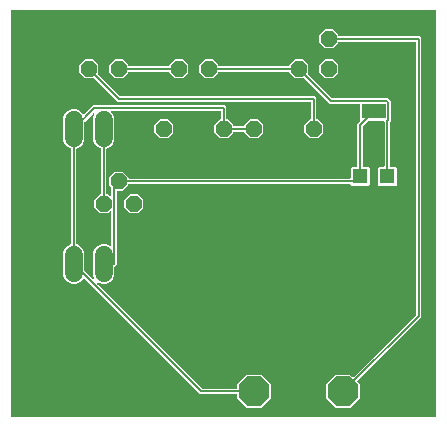
<source format=gbr>
G04 EAGLE Gerber RS-274X export*
G75*
%MOMM*%
%FSLAX34Y34*%
%LPD*%
%INTop Copper*%
%IPPOS*%
%AMOC8*
5,1,8,0,0,1.08239X$1,22.5*%
G01*
%ADD10P,2.749271X8X22.500000*%
%ADD11C,1.524000*%
%ADD12P,1.429621X8X22.500000*%
%ADD13R,1.300000X1.300000*%
%ADD14R,2.000000X1.300000*%
%ADD15C,0.152400*%

G36*
X344498Y162564D02*
X344498Y162564D01*
X344517Y162562D01*
X344619Y162584D01*
X344721Y162600D01*
X344738Y162610D01*
X344758Y162614D01*
X344847Y162667D01*
X344938Y162716D01*
X344952Y162730D01*
X344969Y162740D01*
X345036Y162819D01*
X345108Y162894D01*
X345116Y162912D01*
X345129Y162927D01*
X345168Y163023D01*
X345211Y163117D01*
X345213Y163137D01*
X345221Y163155D01*
X345239Y163322D01*
X345239Y506478D01*
X345236Y506498D01*
X345238Y506517D01*
X345216Y506619D01*
X345200Y506721D01*
X345190Y506738D01*
X345186Y506758D01*
X345133Y506847D01*
X345084Y506938D01*
X345070Y506952D01*
X345060Y506969D01*
X344981Y507036D01*
X344906Y507108D01*
X344888Y507116D01*
X344873Y507129D01*
X344777Y507168D01*
X344683Y507211D01*
X344663Y507213D01*
X344645Y507221D01*
X344478Y507239D01*
X-14478Y507239D01*
X-14498Y507236D01*
X-14517Y507238D01*
X-14619Y507216D01*
X-14721Y507200D01*
X-14738Y507190D01*
X-14758Y507186D01*
X-14847Y507133D01*
X-14938Y507084D01*
X-14952Y507070D01*
X-14969Y507060D01*
X-15036Y506981D01*
X-15108Y506906D01*
X-15116Y506888D01*
X-15129Y506873D01*
X-15168Y506777D01*
X-15211Y506683D01*
X-15213Y506663D01*
X-15221Y506645D01*
X-15239Y506478D01*
X-15239Y163322D01*
X-15236Y163302D01*
X-15238Y163283D01*
X-15216Y163181D01*
X-15200Y163079D01*
X-15190Y163062D01*
X-15186Y163042D01*
X-15133Y162953D01*
X-15084Y162862D01*
X-15070Y162848D01*
X-15060Y162831D01*
X-14981Y162764D01*
X-14906Y162692D01*
X-14888Y162684D01*
X-14873Y162671D01*
X-14777Y162632D01*
X-14683Y162589D01*
X-14663Y162587D01*
X-14645Y162579D01*
X-14478Y162561D01*
X344478Y162561D01*
X344498Y162564D01*
G37*
%LPC*%
G36*
X185116Y169925D02*
X185116Y169925D01*
X176783Y178258D01*
X176783Y181102D01*
X176780Y181122D01*
X176782Y181141D01*
X176760Y181243D01*
X176744Y181345D01*
X176734Y181362D01*
X176730Y181382D01*
X176677Y181471D01*
X176628Y181562D01*
X176614Y181576D01*
X176604Y181593D01*
X176525Y181660D01*
X176450Y181732D01*
X176432Y181740D01*
X176417Y181753D01*
X176321Y181792D01*
X176227Y181835D01*
X176207Y181837D01*
X176189Y181845D01*
X176022Y181863D01*
X145103Y181863D01*
X47189Y279777D01*
X47152Y279804D01*
X47121Y279837D01*
X47053Y279875D01*
X46990Y279920D01*
X46946Y279934D01*
X46905Y279956D01*
X46829Y279970D01*
X46755Y279993D01*
X46709Y279991D01*
X46663Y280000D01*
X46586Y279988D01*
X46509Y279986D01*
X46465Y279971D01*
X46420Y279964D01*
X46351Y279929D01*
X46278Y279902D01*
X46242Y279873D01*
X46201Y279852D01*
X46146Y279797D01*
X46086Y279748D01*
X46061Y279709D01*
X46029Y279677D01*
X45963Y279557D01*
X45953Y279541D01*
X45951Y279536D01*
X45948Y279530D01*
X45853Y279300D01*
X43280Y276727D01*
X39919Y275335D01*
X36281Y275335D01*
X32920Y276727D01*
X30347Y279300D01*
X28955Y282661D01*
X28955Y301539D01*
X30347Y304900D01*
X32920Y307473D01*
X35343Y308476D01*
X35443Y308538D01*
X35543Y308598D01*
X35547Y308603D01*
X35552Y308606D01*
X35627Y308696D01*
X35703Y308785D01*
X35705Y308791D01*
X35709Y308795D01*
X35751Y308904D01*
X35795Y309013D01*
X35796Y309020D01*
X35797Y309025D01*
X35798Y309043D01*
X35813Y309180D01*
X35813Y389320D01*
X35794Y389435D01*
X35777Y389551D01*
X35775Y389557D01*
X35774Y389563D01*
X35719Y389666D01*
X35666Y389771D01*
X35661Y389775D01*
X35658Y389780D01*
X35574Y389860D01*
X35490Y389943D01*
X35484Y389946D01*
X35480Y389950D01*
X35463Y389958D01*
X35343Y390024D01*
X32920Y391027D01*
X30347Y393600D01*
X28955Y396961D01*
X28955Y415839D01*
X30347Y419200D01*
X32920Y421773D01*
X36281Y423165D01*
X39919Y423165D01*
X43280Y421773D01*
X45853Y419200D01*
X45948Y418970D01*
X45972Y418931D01*
X45988Y418888D01*
X46036Y418827D01*
X46077Y418761D01*
X46113Y418732D01*
X46141Y418696D01*
X46207Y418654D01*
X46267Y418604D01*
X46310Y418588D01*
X46348Y418563D01*
X46424Y418544D01*
X46496Y418516D01*
X46542Y418514D01*
X46587Y418503D01*
X46664Y418509D01*
X46742Y418506D01*
X46786Y418519D01*
X46832Y418522D01*
X46904Y418553D01*
X46978Y418574D01*
X47016Y418600D01*
X47058Y418618D01*
X47165Y418704D01*
X47180Y418715D01*
X47183Y418719D01*
X47189Y418723D01*
X54679Y426213D01*
X166047Y426213D01*
X167387Y424873D01*
X167387Y415290D01*
X167390Y415273D01*
X167388Y415256D01*
X167388Y415254D01*
X167388Y415251D01*
X167410Y415149D01*
X167426Y415047D01*
X167436Y415030D01*
X167440Y415010D01*
X167493Y414921D01*
X167542Y414830D01*
X167556Y414816D01*
X167566Y414799D01*
X167645Y414732D01*
X167720Y414660D01*
X167738Y414652D01*
X167753Y414639D01*
X167849Y414600D01*
X167943Y414557D01*
X167963Y414555D01*
X167981Y414547D01*
X168148Y414529D01*
X168467Y414529D01*
X173229Y409767D01*
X173229Y409448D01*
X173232Y409428D01*
X173230Y409409D01*
X173252Y409307D01*
X173268Y409205D01*
X173278Y409188D01*
X173282Y409168D01*
X173335Y409079D01*
X173384Y408988D01*
X173398Y408974D01*
X173408Y408957D01*
X173487Y408890D01*
X173562Y408818D01*
X173580Y408810D01*
X173595Y408797D01*
X173691Y408758D01*
X173785Y408715D01*
X173805Y408713D01*
X173823Y408705D01*
X173990Y408687D01*
X181610Y408687D01*
X181630Y408690D01*
X181649Y408688D01*
X181751Y408710D01*
X181853Y408726D01*
X181870Y408736D01*
X181890Y408740D01*
X181979Y408793D01*
X182070Y408842D01*
X182084Y408856D01*
X182101Y408866D01*
X182168Y408945D01*
X182240Y409020D01*
X182248Y409038D01*
X182261Y409053D01*
X182300Y409149D01*
X182343Y409243D01*
X182345Y409263D01*
X182353Y409281D01*
X182371Y409448D01*
X182371Y409767D01*
X187133Y414529D01*
X193867Y414529D01*
X198629Y409767D01*
X198629Y403033D01*
X193867Y398271D01*
X187133Y398271D01*
X182371Y403033D01*
X182371Y403352D01*
X182368Y403372D01*
X182370Y403391D01*
X182348Y403493D01*
X182332Y403595D01*
X182322Y403612D01*
X182318Y403632D01*
X182265Y403721D01*
X182216Y403812D01*
X182202Y403826D01*
X182192Y403843D01*
X182113Y403910D01*
X182038Y403982D01*
X182020Y403990D01*
X182005Y404003D01*
X181909Y404042D01*
X181815Y404085D01*
X181795Y404087D01*
X181777Y404095D01*
X181610Y404113D01*
X173990Y404113D01*
X173970Y404110D01*
X173951Y404112D01*
X173849Y404090D01*
X173747Y404074D01*
X173730Y404064D01*
X173710Y404060D01*
X173621Y404007D01*
X173530Y403958D01*
X173516Y403944D01*
X173499Y403934D01*
X173432Y403855D01*
X173360Y403780D01*
X173352Y403762D01*
X173339Y403747D01*
X173300Y403651D01*
X173257Y403557D01*
X173255Y403537D01*
X173247Y403519D01*
X173229Y403352D01*
X173229Y403033D01*
X168467Y398271D01*
X161733Y398271D01*
X156971Y403033D01*
X156971Y409767D01*
X161733Y414529D01*
X162052Y414529D01*
X162072Y414532D01*
X162091Y414530D01*
X162193Y414552D01*
X162295Y414568D01*
X162312Y414578D01*
X162332Y414582D01*
X162421Y414635D01*
X162512Y414684D01*
X162526Y414698D01*
X162543Y414708D01*
X162610Y414787D01*
X162682Y414862D01*
X162690Y414880D01*
X162703Y414895D01*
X162742Y414991D01*
X162785Y415085D01*
X162787Y415105D01*
X162795Y415123D01*
X162813Y415290D01*
X162813Y420878D01*
X162810Y420898D01*
X162812Y420917D01*
X162790Y421019D01*
X162774Y421121D01*
X162764Y421138D01*
X162760Y421158D01*
X162707Y421247D01*
X162658Y421338D01*
X162644Y421352D01*
X162634Y421369D01*
X162555Y421436D01*
X162480Y421508D01*
X162462Y421516D01*
X162447Y421529D01*
X162351Y421568D01*
X162257Y421611D01*
X162237Y421613D01*
X162219Y421621D01*
X162052Y421639D01*
X70651Y421639D01*
X70580Y421628D01*
X70509Y421626D01*
X70460Y421608D01*
X70408Y421600D01*
X70345Y421566D01*
X70278Y421541D01*
X70237Y421509D01*
X70191Y421484D01*
X70142Y421432D01*
X70086Y421388D01*
X70057Y421344D01*
X70022Y421306D01*
X69991Y421241D01*
X69953Y421181D01*
X69940Y421130D01*
X69918Y421083D01*
X69910Y421012D01*
X69893Y420942D01*
X69897Y420890D01*
X69891Y420839D01*
X69906Y420768D01*
X69912Y420697D01*
X69932Y420649D01*
X69943Y420598D01*
X69980Y420537D01*
X70008Y420471D01*
X70053Y420415D01*
X70069Y420387D01*
X70087Y420372D01*
X70113Y420340D01*
X71253Y419200D01*
X72645Y415839D01*
X72645Y396961D01*
X71253Y393600D01*
X68680Y391027D01*
X66257Y390024D01*
X66157Y389962D01*
X66057Y389902D01*
X66053Y389897D01*
X66048Y389894D01*
X65973Y389804D01*
X65897Y389715D01*
X65895Y389709D01*
X65891Y389705D01*
X65849Y389596D01*
X65805Y389487D01*
X65804Y389480D01*
X65803Y389475D01*
X65802Y389457D01*
X65787Y389320D01*
X65787Y351790D01*
X65790Y351770D01*
X65788Y351751D01*
X65810Y351649D01*
X65826Y351547D01*
X65836Y351530D01*
X65840Y351510D01*
X65893Y351421D01*
X65942Y351330D01*
X65956Y351316D01*
X65966Y351299D01*
X66045Y351232D01*
X66120Y351160D01*
X66138Y351152D01*
X66153Y351139D01*
X66249Y351100D01*
X66343Y351057D01*
X66363Y351055D01*
X66381Y351047D01*
X66548Y351029D01*
X66867Y351029D01*
X68804Y349092D01*
X68862Y349050D01*
X68914Y349001D01*
X68961Y348979D01*
X69003Y348948D01*
X69072Y348927D01*
X69137Y348897D01*
X69189Y348891D01*
X69239Y348876D01*
X69310Y348878D01*
X69381Y348870D01*
X69432Y348881D01*
X69484Y348882D01*
X69552Y348907D01*
X69622Y348922D01*
X69667Y348949D01*
X69715Y348967D01*
X69771Y349012D01*
X69833Y349049D01*
X69867Y349088D01*
X69907Y349121D01*
X69946Y349181D01*
X69993Y349235D01*
X70012Y349284D01*
X70040Y349328D01*
X70058Y349397D01*
X70085Y349464D01*
X70093Y349535D01*
X70101Y349566D01*
X70099Y349589D01*
X70103Y349630D01*
X70103Y356236D01*
X70089Y356326D01*
X70081Y356417D01*
X70069Y356446D01*
X70064Y356478D01*
X70021Y356559D01*
X69985Y356643D01*
X69959Y356675D01*
X69948Y356696D01*
X69925Y356718D01*
X69880Y356774D01*
X68071Y358583D01*
X68071Y365317D01*
X72833Y370079D01*
X79567Y370079D01*
X84329Y365317D01*
X84329Y364998D01*
X84332Y364978D01*
X84330Y364959D01*
X84352Y364857D01*
X84368Y364755D01*
X84378Y364738D01*
X84382Y364718D01*
X84435Y364629D01*
X84484Y364538D01*
X84498Y364524D01*
X84508Y364507D01*
X84587Y364440D01*
X84662Y364368D01*
X84680Y364360D01*
X84695Y364347D01*
X84791Y364308D01*
X84885Y364265D01*
X84905Y364263D01*
X84923Y364255D01*
X85090Y364237D01*
X271814Y364237D01*
X271834Y364240D01*
X271853Y364238D01*
X271955Y364260D01*
X272057Y364276D01*
X272074Y364286D01*
X272094Y364290D01*
X272183Y364343D01*
X272274Y364392D01*
X272288Y364406D01*
X272305Y364416D01*
X272372Y364495D01*
X272444Y364570D01*
X272452Y364588D01*
X272465Y364603D01*
X272504Y364699D01*
X272547Y364793D01*
X272549Y364813D01*
X272557Y364831D01*
X272575Y364998D01*
X272575Y373332D01*
X273468Y374225D01*
X277552Y374225D01*
X277572Y374228D01*
X277591Y374226D01*
X277693Y374248D01*
X277795Y374264D01*
X277812Y374274D01*
X277832Y374278D01*
X277921Y374331D01*
X278012Y374380D01*
X278026Y374394D01*
X278043Y374404D01*
X278110Y374483D01*
X278182Y374558D01*
X278190Y374576D01*
X278203Y374591D01*
X278242Y374687D01*
X278285Y374781D01*
X278287Y374801D01*
X278295Y374819D01*
X278313Y374986D01*
X278313Y410647D01*
X280617Y412951D01*
X280628Y412967D01*
X280644Y412979D01*
X280700Y413066D01*
X280760Y413150D01*
X280766Y413169D01*
X280777Y413186D01*
X280802Y413286D01*
X280833Y413385D01*
X280832Y413405D01*
X280837Y413425D01*
X280829Y413528D01*
X280826Y413631D01*
X280819Y413650D01*
X280818Y413670D01*
X280777Y413765D01*
X280742Y413862D01*
X280729Y413878D01*
X280721Y413896D01*
X280617Y414027D01*
X280575Y414068D01*
X280575Y426938D01*
X280572Y426958D01*
X280574Y426977D01*
X280552Y427079D01*
X280536Y427181D01*
X280526Y427198D01*
X280522Y427218D01*
X280469Y427307D01*
X280420Y427398D01*
X280406Y427412D01*
X280396Y427429D01*
X280317Y427496D01*
X280242Y427568D01*
X280224Y427576D01*
X280209Y427589D01*
X280113Y427628D01*
X280019Y427671D01*
X279999Y427673D01*
X279981Y427681D01*
X279814Y427699D01*
X254867Y427699D01*
X253304Y429262D01*
X233269Y449297D01*
X233253Y449309D01*
X233241Y449324D01*
X233153Y449380D01*
X233069Y449440D01*
X233050Y449446D01*
X233034Y449457D01*
X232933Y449482D01*
X232834Y449513D01*
X232814Y449512D01*
X232795Y449517D01*
X232692Y449509D01*
X232589Y449506D01*
X232570Y449500D01*
X232550Y449498D01*
X232455Y449458D01*
X232357Y449422D01*
X232342Y449409D01*
X232324Y449402D01*
X232193Y449297D01*
X231967Y449071D01*
X225233Y449071D01*
X220471Y453833D01*
X220471Y454152D01*
X220470Y454159D01*
X220470Y454161D01*
X220468Y454172D01*
X220470Y454191D01*
X220448Y454293D01*
X220432Y454395D01*
X220422Y454412D01*
X220418Y454432D01*
X220365Y454521D01*
X220316Y454612D01*
X220302Y454626D01*
X220292Y454643D01*
X220213Y454710D01*
X220138Y454782D01*
X220120Y454790D01*
X220105Y454803D01*
X220009Y454842D01*
X219915Y454885D01*
X219895Y454887D01*
X219877Y454895D01*
X219710Y454913D01*
X161290Y454913D01*
X161270Y454910D01*
X161251Y454912D01*
X161149Y454890D01*
X161047Y454874D01*
X161030Y454864D01*
X161010Y454860D01*
X160921Y454807D01*
X160830Y454758D01*
X160816Y454744D01*
X160799Y454734D01*
X160732Y454655D01*
X160660Y454580D01*
X160652Y454562D01*
X160639Y454547D01*
X160600Y454451D01*
X160557Y454357D01*
X160555Y454337D01*
X160547Y454319D01*
X160529Y454152D01*
X160529Y453833D01*
X155767Y449071D01*
X149033Y449071D01*
X144271Y453833D01*
X144271Y460567D01*
X149033Y465329D01*
X155767Y465329D01*
X160529Y460567D01*
X160529Y460248D01*
X160532Y460228D01*
X160530Y460209D01*
X160552Y460107D01*
X160568Y460005D01*
X160578Y459988D01*
X160582Y459968D01*
X160635Y459879D01*
X160684Y459788D01*
X160698Y459774D01*
X160708Y459757D01*
X160787Y459690D01*
X160862Y459618D01*
X160880Y459610D01*
X160895Y459597D01*
X160991Y459558D01*
X161085Y459515D01*
X161105Y459513D01*
X161123Y459505D01*
X161290Y459487D01*
X219710Y459487D01*
X219730Y459490D01*
X219749Y459488D01*
X219851Y459510D01*
X219953Y459526D01*
X219970Y459536D01*
X219990Y459540D01*
X220079Y459593D01*
X220170Y459642D01*
X220184Y459656D01*
X220201Y459666D01*
X220268Y459745D01*
X220340Y459820D01*
X220348Y459838D01*
X220361Y459853D01*
X220400Y459949D01*
X220443Y460043D01*
X220445Y460063D01*
X220453Y460081D01*
X220471Y460248D01*
X220471Y460567D01*
X225233Y465329D01*
X231967Y465329D01*
X236729Y460567D01*
X236729Y453833D01*
X236503Y453607D01*
X236491Y453591D01*
X236476Y453579D01*
X236420Y453492D01*
X236360Y453408D01*
X236354Y453389D01*
X236343Y453372D01*
X236318Y453271D01*
X236287Y453173D01*
X236288Y453153D01*
X236283Y453133D01*
X236291Y453030D01*
X236294Y452927D01*
X236300Y452908D01*
X236302Y452888D01*
X236342Y452793D01*
X236378Y452696D01*
X236391Y452680D01*
X236398Y452662D01*
X236503Y452531D01*
X256538Y432496D01*
X256612Y432443D01*
X256682Y432383D01*
X256712Y432371D01*
X256738Y432352D01*
X256825Y432325D01*
X256910Y432291D01*
X256951Y432287D01*
X256973Y432280D01*
X257005Y432281D01*
X257077Y432273D01*
X303994Y432273D01*
X306673Y429594D01*
X306673Y412806D01*
X306110Y412243D01*
X306057Y412169D01*
X305997Y412099D01*
X305985Y412069D01*
X305966Y412043D01*
X305939Y411956D01*
X305905Y411871D01*
X305901Y411830D01*
X305894Y411808D01*
X305895Y411776D01*
X305887Y411705D01*
X305887Y374986D01*
X305890Y374966D01*
X305888Y374947D01*
X305910Y374845D01*
X305926Y374743D01*
X305936Y374726D01*
X305940Y374706D01*
X305993Y374617D01*
X306042Y374526D01*
X306056Y374512D01*
X306066Y374495D01*
X306145Y374428D01*
X306220Y374356D01*
X306238Y374348D01*
X306253Y374335D01*
X306349Y374296D01*
X306443Y374253D01*
X306463Y374251D01*
X306481Y374243D01*
X306648Y374225D01*
X310732Y374225D01*
X311625Y373332D01*
X311625Y359068D01*
X310732Y358175D01*
X296468Y358175D01*
X295575Y359068D01*
X295575Y373332D01*
X296468Y374225D01*
X300552Y374225D01*
X300572Y374228D01*
X300591Y374226D01*
X300693Y374248D01*
X300795Y374264D01*
X300812Y374274D01*
X300832Y374278D01*
X300921Y374331D01*
X301012Y374380D01*
X301026Y374394D01*
X301043Y374404D01*
X301110Y374483D01*
X301182Y374558D01*
X301190Y374576D01*
X301203Y374591D01*
X301242Y374687D01*
X301285Y374781D01*
X301287Y374801D01*
X301295Y374819D01*
X301313Y374986D01*
X301313Y412414D01*
X301310Y412434D01*
X301312Y412453D01*
X301290Y412555D01*
X301274Y412657D01*
X301264Y412674D01*
X301260Y412694D01*
X301207Y412783D01*
X301158Y412874D01*
X301144Y412888D01*
X301134Y412905D01*
X301055Y412972D01*
X300980Y413044D01*
X300962Y413052D01*
X300947Y413065D01*
X300851Y413104D01*
X300757Y413147D01*
X300737Y413149D01*
X300719Y413157D01*
X300552Y413175D01*
X287625Y413175D01*
X287534Y413161D01*
X287444Y413153D01*
X287414Y413141D01*
X287382Y413136D01*
X287301Y413093D01*
X287217Y413057D01*
X287185Y413031D01*
X287164Y413020D01*
X287142Y412997D01*
X287086Y412952D01*
X283110Y408976D01*
X283067Y408916D01*
X283025Y408873D01*
X283018Y408857D01*
X282997Y408832D01*
X282985Y408802D01*
X282966Y408776D01*
X282939Y408689D01*
X282934Y408675D01*
X282922Y408649D01*
X282921Y408644D01*
X282905Y408604D01*
X282901Y408563D01*
X282894Y408541D01*
X282895Y408509D01*
X282887Y408437D01*
X282887Y374986D01*
X282890Y374966D01*
X282888Y374947D01*
X282910Y374845D01*
X282926Y374743D01*
X282936Y374726D01*
X282940Y374706D01*
X282993Y374617D01*
X283042Y374526D01*
X283056Y374512D01*
X283066Y374495D01*
X283145Y374428D01*
X283220Y374356D01*
X283238Y374348D01*
X283253Y374335D01*
X283349Y374296D01*
X283443Y374253D01*
X283463Y374251D01*
X283481Y374243D01*
X283648Y374225D01*
X287732Y374225D01*
X288625Y373332D01*
X288625Y359068D01*
X287732Y358175D01*
X273468Y358175D01*
X272543Y359101D01*
X272536Y359145D01*
X272526Y359162D01*
X272522Y359182D01*
X272469Y359271D01*
X272420Y359362D01*
X272406Y359376D01*
X272396Y359393D01*
X272317Y359460D01*
X272242Y359532D01*
X272224Y359540D01*
X272209Y359553D01*
X272113Y359592D01*
X272019Y359635D01*
X271999Y359637D01*
X271981Y359645D01*
X271814Y359663D01*
X85090Y359663D01*
X85070Y359660D01*
X85051Y359662D01*
X84949Y359640D01*
X84847Y359624D01*
X84830Y359614D01*
X84810Y359610D01*
X84721Y359557D01*
X84630Y359508D01*
X84616Y359494D01*
X84599Y359484D01*
X84532Y359405D01*
X84460Y359330D01*
X84452Y359312D01*
X84439Y359297D01*
X84400Y359201D01*
X84357Y359107D01*
X84355Y359087D01*
X84347Y359069D01*
X84329Y358902D01*
X84329Y358583D01*
X79567Y353821D01*
X75438Y353821D01*
X75418Y353818D01*
X75399Y353820D01*
X75297Y353798D01*
X75195Y353782D01*
X75178Y353772D01*
X75158Y353768D01*
X75069Y353715D01*
X74978Y353666D01*
X74964Y353652D01*
X74947Y353642D01*
X74880Y353563D01*
X74808Y353488D01*
X74800Y353470D01*
X74787Y353455D01*
X74748Y353359D01*
X74705Y353265D01*
X74703Y353245D01*
X74695Y353227D01*
X74677Y353060D01*
X74677Y291280D01*
X73328Y289931D01*
X73265Y289918D01*
X73163Y289901D01*
X73146Y289892D01*
X73126Y289888D01*
X73037Y289834D01*
X72946Y289786D01*
X72932Y289772D01*
X72915Y289761D01*
X72848Y289683D01*
X72776Y289608D01*
X72768Y289590D01*
X72755Y289575D01*
X72716Y289478D01*
X72673Y289385D01*
X72671Y289365D01*
X72663Y289346D01*
X72645Y289180D01*
X72645Y282661D01*
X71253Y279300D01*
X68680Y276727D01*
X65319Y275335D01*
X61681Y275335D01*
X59101Y276404D01*
X59006Y276426D01*
X58913Y276455D01*
X58887Y276454D01*
X58862Y276460D01*
X58765Y276451D01*
X58668Y276448D01*
X58643Y276439D01*
X58617Y276437D01*
X58528Y276397D01*
X58437Y276364D01*
X58416Y276348D01*
X58392Y276337D01*
X58321Y276271D01*
X58244Y276210D01*
X58230Y276188D01*
X58211Y276171D01*
X58164Y276085D01*
X58111Y276003D01*
X58105Y275978D01*
X58092Y275955D01*
X58075Y275859D01*
X58051Y275765D01*
X58053Y275739D01*
X58049Y275713D01*
X58063Y275616D01*
X58071Y275520D01*
X58081Y275496D01*
X58085Y275470D01*
X58129Y275383D01*
X58167Y275293D01*
X58187Y275268D01*
X58196Y275250D01*
X58220Y275227D01*
X58272Y275162D01*
X146774Y186660D01*
X146848Y186607D01*
X146918Y186547D01*
X146948Y186535D01*
X146974Y186516D01*
X147061Y186489D01*
X147146Y186455D01*
X147187Y186451D01*
X147209Y186444D01*
X147241Y186445D01*
X147313Y186437D01*
X176022Y186437D01*
X176042Y186440D01*
X176061Y186438D01*
X176163Y186460D01*
X176265Y186476D01*
X176282Y186486D01*
X176302Y186490D01*
X176391Y186543D01*
X176482Y186592D01*
X176496Y186606D01*
X176513Y186616D01*
X176580Y186695D01*
X176652Y186770D01*
X176660Y186788D01*
X176673Y186803D01*
X176712Y186899D01*
X176755Y186993D01*
X176757Y187013D01*
X176765Y187031D01*
X176783Y187198D01*
X176783Y190042D01*
X185116Y198375D01*
X196900Y198375D01*
X205233Y190042D01*
X205233Y178258D01*
X196900Y169925D01*
X185116Y169925D01*
G37*
%LPD*%
%LPC*%
G36*
X260300Y169925D02*
X260300Y169925D01*
X251967Y178258D01*
X251967Y190042D01*
X260300Y198375D01*
X272084Y198375D01*
X274095Y196364D01*
X274111Y196352D01*
X274124Y196336D01*
X274211Y196280D01*
X274295Y196220D01*
X274314Y196214D01*
X274331Y196203D01*
X274431Y196178D01*
X274530Y196148D01*
X274550Y196148D01*
X274569Y196143D01*
X274672Y196151D01*
X274776Y196154D01*
X274795Y196161D01*
X274814Y196163D01*
X274909Y196203D01*
X275007Y196239D01*
X275023Y196251D01*
X275041Y196259D01*
X275172Y196364D01*
X327690Y248882D01*
X327743Y248956D01*
X327803Y249026D01*
X327815Y249056D01*
X327834Y249082D01*
X327861Y249169D01*
X327895Y249254D01*
X327899Y249295D01*
X327906Y249317D01*
X327905Y249349D01*
X327913Y249421D01*
X327913Y479552D01*
X327910Y479572D01*
X327912Y479591D01*
X327890Y479693D01*
X327874Y479795D01*
X327864Y479812D01*
X327860Y479832D01*
X327807Y479921D01*
X327758Y480012D01*
X327744Y480026D01*
X327734Y480043D01*
X327655Y480110D01*
X327580Y480182D01*
X327562Y480190D01*
X327547Y480203D01*
X327451Y480242D01*
X327357Y480285D01*
X327337Y480287D01*
X327319Y480295D01*
X327152Y480313D01*
X262890Y480313D01*
X262870Y480310D01*
X262851Y480312D01*
X262749Y480290D01*
X262647Y480274D01*
X262630Y480264D01*
X262610Y480260D01*
X262521Y480207D01*
X262430Y480158D01*
X262416Y480144D01*
X262399Y480134D01*
X262332Y480055D01*
X262260Y479980D01*
X262252Y479962D01*
X262239Y479947D01*
X262200Y479851D01*
X262157Y479757D01*
X262155Y479737D01*
X262147Y479719D01*
X262129Y479552D01*
X262129Y479233D01*
X257367Y474471D01*
X250633Y474471D01*
X245871Y479233D01*
X245871Y485967D01*
X250633Y490729D01*
X257367Y490729D01*
X262129Y485967D01*
X262129Y485648D01*
X262132Y485628D01*
X262130Y485609D01*
X262152Y485507D01*
X262168Y485405D01*
X262178Y485388D01*
X262182Y485368D01*
X262235Y485279D01*
X262284Y485188D01*
X262298Y485174D01*
X262308Y485157D01*
X262387Y485090D01*
X262462Y485018D01*
X262480Y485010D01*
X262495Y484997D01*
X262591Y484958D01*
X262685Y484915D01*
X262705Y484913D01*
X262723Y484905D01*
X262890Y484887D01*
X331147Y484887D01*
X332487Y483547D01*
X332487Y247211D01*
X278406Y193130D01*
X278394Y193114D01*
X278378Y193101D01*
X278322Y193014D01*
X278262Y192930D01*
X278256Y192911D01*
X278245Y192894D01*
X278220Y192794D01*
X278190Y192695D01*
X278190Y192675D01*
X278185Y192656D01*
X278193Y192553D01*
X278196Y192449D01*
X278203Y192430D01*
X278205Y192410D01*
X278245Y192316D01*
X278281Y192218D01*
X278293Y192202D01*
X278301Y192184D01*
X278406Y192053D01*
X280417Y190042D01*
X280417Y178258D01*
X272084Y169925D01*
X260300Y169925D01*
G37*
%LPD*%
G36*
X54749Y279037D02*
X54749Y279037D01*
X54812Y279034D01*
X54837Y279041D01*
X54863Y279042D01*
X54929Y279066D01*
X54962Y279072D01*
X54987Y279085D01*
X55048Y279103D01*
X55069Y279118D01*
X55094Y279127D01*
X55150Y279171D01*
X55179Y279187D01*
X55199Y279208D01*
X55250Y279243D01*
X55266Y279264D01*
X55286Y279280D01*
X55324Y279339D01*
X55349Y279365D01*
X55362Y279393D01*
X55397Y279440D01*
X55405Y279465D01*
X55419Y279487D01*
X55435Y279551D01*
X55452Y279588D01*
X55456Y279622D01*
X55473Y279674D01*
X55473Y279700D01*
X55479Y279726D01*
X55474Y279787D01*
X55479Y279833D01*
X55471Y279871D01*
X55471Y279920D01*
X55461Y279952D01*
X55460Y279971D01*
X55447Y280001D01*
X55430Y280061D01*
X55427Y280073D01*
X55425Y280076D01*
X55424Y280081D01*
X54355Y282661D01*
X54355Y301539D01*
X55747Y304900D01*
X58320Y307473D01*
X61681Y308865D01*
X65319Y308865D01*
X68680Y307473D01*
X68804Y307349D01*
X68862Y307307D01*
X68914Y307258D01*
X68961Y307236D01*
X69003Y307205D01*
X69072Y307184D01*
X69137Y307154D01*
X69189Y307148D01*
X69239Y307133D01*
X69310Y307135D01*
X69381Y307127D01*
X69432Y307138D01*
X69484Y307139D01*
X69552Y307164D01*
X69622Y307179D01*
X69667Y307206D01*
X69715Y307224D01*
X69771Y307269D01*
X69833Y307305D01*
X69867Y307345D01*
X69907Y307377D01*
X69946Y307438D01*
X69993Y307492D01*
X70012Y307541D01*
X70040Y307584D01*
X70058Y307654D01*
X70085Y307720D01*
X70093Y307792D01*
X70101Y307823D01*
X70099Y307846D01*
X70103Y307887D01*
X70103Y336170D01*
X70092Y336240D01*
X70090Y336312D01*
X70072Y336361D01*
X70064Y336412D01*
X70030Y336476D01*
X70005Y336543D01*
X69973Y336584D01*
X69948Y336630D01*
X69896Y336679D01*
X69852Y336735D01*
X69808Y336763D01*
X69770Y336799D01*
X69705Y336829D01*
X69645Y336868D01*
X69594Y336881D01*
X69547Y336903D01*
X69476Y336911D01*
X69406Y336928D01*
X69354Y336924D01*
X69303Y336930D01*
X69232Y336915D01*
X69161Y336909D01*
X69113Y336889D01*
X69062Y336878D01*
X69001Y336841D01*
X68935Y336813D01*
X68879Y336768D01*
X68851Y336751D01*
X68836Y336734D01*
X68804Y336708D01*
X66867Y334771D01*
X60133Y334771D01*
X55371Y339533D01*
X55371Y346267D01*
X60133Y351029D01*
X60452Y351029D01*
X60472Y351032D01*
X60491Y351030D01*
X60593Y351052D01*
X60695Y351068D01*
X60712Y351078D01*
X60732Y351082D01*
X60821Y351135D01*
X60912Y351184D01*
X60926Y351198D01*
X60943Y351208D01*
X61010Y351287D01*
X61082Y351362D01*
X61090Y351380D01*
X61103Y351395D01*
X61142Y351491D01*
X61185Y351585D01*
X61187Y351605D01*
X61195Y351623D01*
X61213Y351790D01*
X61213Y389320D01*
X61194Y389435D01*
X61177Y389551D01*
X61175Y389557D01*
X61174Y389563D01*
X61119Y389666D01*
X61066Y389771D01*
X61061Y389775D01*
X61058Y389780D01*
X60974Y389860D01*
X60890Y389943D01*
X60884Y389946D01*
X60880Y389950D01*
X60863Y389958D01*
X60743Y390024D01*
X58320Y391027D01*
X55747Y393600D01*
X54355Y396961D01*
X54355Y415839D01*
X55424Y418419D01*
X55446Y418514D01*
X55475Y418607D01*
X55474Y418633D01*
X55480Y418658D01*
X55471Y418755D01*
X55468Y418853D01*
X55459Y418877D01*
X55457Y418903D01*
X55417Y418992D01*
X55384Y419084D01*
X55368Y419104D01*
X55357Y419128D01*
X55291Y419199D01*
X55230Y419276D01*
X55208Y419290D01*
X55191Y419309D01*
X55105Y419356D01*
X55023Y419409D01*
X54998Y419415D01*
X54975Y419428D01*
X54879Y419445D01*
X54785Y419469D01*
X54759Y419467D01*
X54733Y419471D01*
X54636Y419457D01*
X54540Y419449D01*
X54516Y419439D01*
X54490Y419435D01*
X54403Y419391D01*
X54313Y419353D01*
X54288Y419333D01*
X54270Y419324D01*
X54247Y419300D01*
X54182Y419248D01*
X47468Y412534D01*
X47415Y412460D01*
X47355Y412390D01*
X47343Y412360D01*
X47324Y412334D01*
X47297Y412247D01*
X47263Y412162D01*
X47259Y412121D01*
X47252Y412099D01*
X47253Y412067D01*
X47245Y411996D01*
X47245Y396961D01*
X45853Y393600D01*
X43280Y391027D01*
X40857Y390024D01*
X40757Y389962D01*
X40657Y389902D01*
X40653Y389897D01*
X40648Y389894D01*
X40573Y389804D01*
X40497Y389715D01*
X40495Y389709D01*
X40491Y389705D01*
X40449Y389596D01*
X40405Y389487D01*
X40404Y389480D01*
X40403Y389475D01*
X40402Y389457D01*
X40387Y389320D01*
X40387Y309180D01*
X40406Y309065D01*
X40423Y308949D01*
X40425Y308943D01*
X40426Y308937D01*
X40481Y308834D01*
X40534Y308729D01*
X40539Y308725D01*
X40542Y308720D01*
X40626Y308640D01*
X40710Y308557D01*
X40716Y308554D01*
X40720Y308550D01*
X40737Y308542D01*
X40857Y308476D01*
X43280Y307473D01*
X45853Y304900D01*
X47245Y301539D01*
X47245Y286505D01*
X47259Y286414D01*
X47267Y286324D01*
X47279Y286294D01*
X47284Y286262D01*
X47327Y286181D01*
X47363Y286097D01*
X47389Y286065D01*
X47400Y286044D01*
X47423Y286022D01*
X47468Y285966D01*
X54182Y279252D01*
X54260Y279196D01*
X54322Y279142D01*
X54327Y279141D01*
X54336Y279133D01*
X54361Y279123D01*
X54382Y279108D01*
X54475Y279080D01*
X54548Y279051D01*
X54551Y279050D01*
X54566Y279045D01*
X54592Y279043D01*
X54617Y279036D01*
X54671Y279037D01*
X54717Y279032D01*
X54719Y279032D01*
X54749Y279037D01*
G37*
%LPC*%
G36*
X237933Y398271D02*
X237933Y398271D01*
X233171Y403033D01*
X233171Y409767D01*
X237933Y414529D01*
X238252Y414529D01*
X238272Y414532D01*
X238291Y414530D01*
X238393Y414552D01*
X238495Y414568D01*
X238512Y414578D01*
X238532Y414582D01*
X238621Y414635D01*
X238712Y414684D01*
X238726Y414698D01*
X238743Y414708D01*
X238810Y414787D01*
X238882Y414862D01*
X238890Y414880D01*
X238903Y414895D01*
X238942Y414991D01*
X238985Y415085D01*
X238987Y415105D01*
X238995Y415123D01*
X239013Y415290D01*
X239013Y428752D01*
X239010Y428772D01*
X239012Y428791D01*
X238990Y428893D01*
X238974Y428995D01*
X238964Y429012D01*
X238960Y429032D01*
X238907Y429121D01*
X238858Y429212D01*
X238844Y429226D01*
X238834Y429243D01*
X238755Y429310D01*
X238680Y429382D01*
X238662Y429390D01*
X238647Y429403D01*
X238551Y429442D01*
X238457Y429485D01*
X238437Y429487D01*
X238419Y429495D01*
X238252Y429513D01*
X75253Y429513D01*
X73690Y431076D01*
X55469Y449297D01*
X55453Y449309D01*
X55441Y449324D01*
X55353Y449380D01*
X55269Y449440D01*
X55250Y449446D01*
X55234Y449457D01*
X55133Y449482D01*
X55034Y449513D01*
X55014Y449512D01*
X54995Y449517D01*
X54892Y449509D01*
X54789Y449506D01*
X54770Y449500D01*
X54750Y449498D01*
X54655Y449458D01*
X54557Y449422D01*
X54542Y449409D01*
X54524Y449402D01*
X54393Y449297D01*
X54167Y449071D01*
X47433Y449071D01*
X42671Y453833D01*
X42671Y460567D01*
X47433Y465329D01*
X54167Y465329D01*
X58929Y460567D01*
X58929Y453833D01*
X58703Y453607D01*
X58691Y453591D01*
X58676Y453579D01*
X58620Y453492D01*
X58560Y453408D01*
X58554Y453389D01*
X58543Y453372D01*
X58518Y453271D01*
X58487Y453173D01*
X58488Y453153D01*
X58483Y453133D01*
X58491Y453030D01*
X58494Y452927D01*
X58500Y452908D01*
X58502Y452888D01*
X58542Y452793D01*
X58578Y452696D01*
X58591Y452680D01*
X58598Y452662D01*
X58703Y452531D01*
X76924Y434310D01*
X76998Y434257D01*
X77068Y434197D01*
X77098Y434185D01*
X77124Y434166D01*
X77211Y434139D01*
X77296Y434105D01*
X77337Y434101D01*
X77359Y434094D01*
X77391Y434095D01*
X77463Y434087D01*
X242247Y434087D01*
X243587Y432747D01*
X243587Y415290D01*
X243590Y415273D01*
X243588Y415256D01*
X243588Y415254D01*
X243588Y415251D01*
X243610Y415149D01*
X243626Y415047D01*
X243636Y415030D01*
X243640Y415010D01*
X243693Y414921D01*
X243742Y414830D01*
X243756Y414816D01*
X243766Y414799D01*
X243845Y414732D01*
X243920Y414660D01*
X243938Y414652D01*
X243953Y414639D01*
X244049Y414600D01*
X244143Y414557D01*
X244163Y414555D01*
X244181Y414547D01*
X244348Y414529D01*
X244667Y414529D01*
X249429Y409767D01*
X249429Y403033D01*
X244667Y398271D01*
X237933Y398271D01*
G37*
%LPD*%
%LPC*%
G36*
X72833Y449071D02*
X72833Y449071D01*
X68071Y453833D01*
X68071Y460567D01*
X72833Y465329D01*
X79567Y465329D01*
X84329Y460567D01*
X84329Y460248D01*
X84332Y460228D01*
X84330Y460209D01*
X84352Y460107D01*
X84368Y460005D01*
X84378Y459988D01*
X84382Y459968D01*
X84435Y459879D01*
X84484Y459788D01*
X84498Y459774D01*
X84508Y459757D01*
X84587Y459690D01*
X84662Y459618D01*
X84680Y459610D01*
X84695Y459597D01*
X84791Y459558D01*
X84885Y459515D01*
X84905Y459513D01*
X84923Y459505D01*
X85090Y459487D01*
X118110Y459487D01*
X118130Y459490D01*
X118149Y459488D01*
X118251Y459510D01*
X118353Y459526D01*
X118370Y459536D01*
X118390Y459540D01*
X118479Y459593D01*
X118570Y459642D01*
X118584Y459656D01*
X118601Y459666D01*
X118668Y459745D01*
X118740Y459820D01*
X118748Y459838D01*
X118761Y459853D01*
X118800Y459949D01*
X118843Y460043D01*
X118845Y460063D01*
X118853Y460081D01*
X118871Y460248D01*
X118871Y460567D01*
X123633Y465329D01*
X130367Y465329D01*
X135129Y460567D01*
X135129Y453833D01*
X130367Y449071D01*
X123633Y449071D01*
X118871Y453833D01*
X118871Y454152D01*
X118870Y454159D01*
X118870Y454161D01*
X118868Y454172D01*
X118870Y454191D01*
X118848Y454293D01*
X118832Y454395D01*
X118822Y454412D01*
X118818Y454432D01*
X118765Y454521D01*
X118716Y454612D01*
X118702Y454626D01*
X118692Y454643D01*
X118613Y454710D01*
X118538Y454782D01*
X118520Y454790D01*
X118505Y454803D01*
X118409Y454842D01*
X118315Y454885D01*
X118295Y454887D01*
X118277Y454895D01*
X118110Y454913D01*
X85090Y454913D01*
X85070Y454910D01*
X85051Y454912D01*
X84949Y454890D01*
X84847Y454874D01*
X84830Y454864D01*
X84810Y454860D01*
X84721Y454807D01*
X84630Y454758D01*
X84616Y454744D01*
X84599Y454734D01*
X84532Y454655D01*
X84460Y454580D01*
X84452Y454562D01*
X84439Y454547D01*
X84400Y454451D01*
X84357Y454357D01*
X84355Y454337D01*
X84347Y454319D01*
X84329Y454152D01*
X84329Y453833D01*
X79567Y449071D01*
X72833Y449071D01*
G37*
%LPD*%
%LPC*%
G36*
X250633Y449071D02*
X250633Y449071D01*
X245871Y453833D01*
X245871Y460567D01*
X250633Y465329D01*
X257367Y465329D01*
X262129Y460567D01*
X262129Y453833D01*
X257367Y449071D01*
X250633Y449071D01*
G37*
%LPD*%
%LPC*%
G36*
X110933Y398271D02*
X110933Y398271D01*
X106171Y403033D01*
X106171Y409767D01*
X110933Y414529D01*
X117667Y414529D01*
X122429Y409767D01*
X122429Y403033D01*
X117667Y398271D01*
X110933Y398271D01*
G37*
%LPD*%
%LPC*%
G36*
X85533Y334771D02*
X85533Y334771D01*
X80771Y339533D01*
X80771Y346267D01*
X85533Y351029D01*
X92267Y351029D01*
X97029Y346267D01*
X97029Y339533D01*
X92267Y334771D01*
X85533Y334771D01*
G37*
%LPD*%
D10*
X191008Y184150D03*
X266192Y184150D03*
D11*
X38100Y284480D02*
X38100Y299720D01*
X63500Y299720D02*
X63500Y284480D01*
D12*
X50800Y457200D03*
X76200Y457200D03*
X127000Y457200D03*
X152400Y457200D03*
D11*
X38100Y414020D02*
X38100Y398780D01*
X63500Y398780D02*
X63500Y414020D01*
D12*
X88900Y342900D03*
X76200Y361950D03*
X63500Y342900D03*
X228600Y457200D03*
X254000Y457200D03*
X254000Y482600D03*
X190500Y406400D03*
X241300Y406400D03*
D13*
X280600Y366200D03*
X303600Y366200D03*
D14*
X292100Y421200D03*
D12*
X114300Y406400D03*
X165100Y406400D03*
D15*
X72390Y292228D02*
X63628Y292228D01*
X63500Y292100D01*
X72390Y358140D02*
X76200Y361950D01*
X72390Y358140D02*
X72390Y292228D01*
X76200Y361950D02*
X276350Y361950D01*
X280600Y366200D01*
X280600Y409700D01*
X292100Y421200D01*
X191008Y184150D02*
X146050Y184150D01*
X38100Y292100D01*
X38100Y406400D01*
X165100Y406400D02*
X190500Y406400D01*
X165100Y423926D02*
X55626Y423926D01*
X38100Y406400D01*
X165100Y406400D02*
X165100Y423926D01*
X127000Y457200D02*
X76200Y457200D01*
X50800Y457200D02*
X76200Y431800D01*
X241300Y431800D01*
X241300Y406400D01*
X228600Y457200D02*
X152400Y457200D01*
X63500Y406400D02*
X63500Y342900D01*
X304386Y413753D02*
X304386Y428647D01*
X303047Y429986D01*
X304386Y413753D02*
X303600Y412967D01*
X303600Y366200D01*
X255814Y429986D02*
X228600Y457200D01*
X255814Y429986D02*
X303047Y429986D01*
X330200Y248158D02*
X266192Y184150D01*
X330200Y248158D02*
X330200Y482600D01*
X254000Y482600D01*
M02*

</source>
